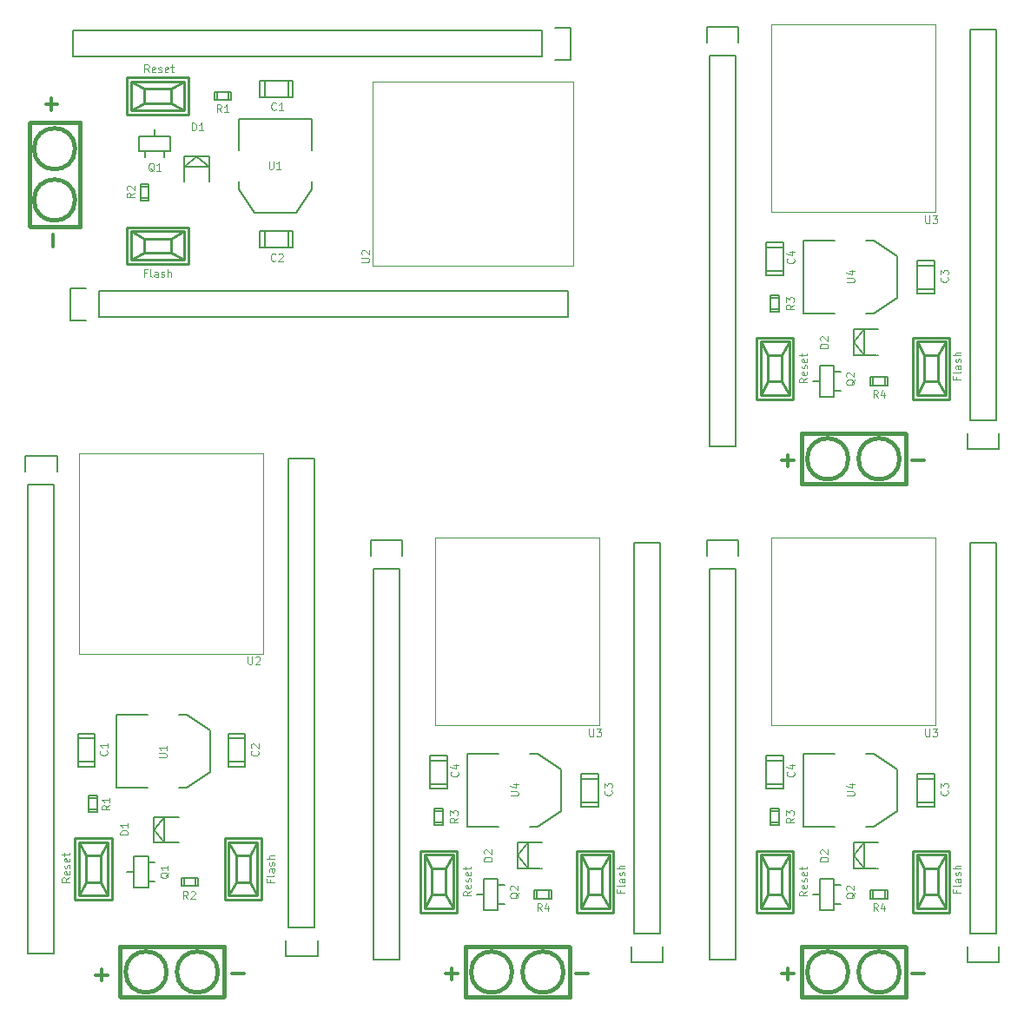
<source format=gto>
G04 #@! TF.FileFunction,Legend,Top*
%FSLAX46Y46*%
G04 Gerber Fmt 4.6, Leading zero omitted, Abs format (unit mm)*
G04 Created by KiCad (PCBNEW no-vcs-found-undefined) date Sat Nov  5 20:33:03 2016*
%MOMM*%
%LPD*%
G01*
G04 APERTURE LIST*
%ADD10C,0.100000*%
%ADD11C,0.300000*%
%ADD12C,0.381000*%
%ADD13C,0.050000*%
%ADD14C,0.150000*%
%ADD15C,0.127000*%
%ADD16C,0.254000*%
G04 APERTURE END LIST*
D10*
X113382828Y-127411028D02*
X113382828Y-127661028D01*
X113775685Y-127661028D02*
X113025685Y-127661028D01*
X113025685Y-127303885D01*
X113775685Y-126911028D02*
X113739971Y-126982457D01*
X113668542Y-127018171D01*
X113025685Y-127018171D01*
X113775685Y-126303885D02*
X113382828Y-126303885D01*
X113311400Y-126339600D01*
X113275685Y-126411028D01*
X113275685Y-126553885D01*
X113311400Y-126625314D01*
X113739971Y-126303885D02*
X113775685Y-126375314D01*
X113775685Y-126553885D01*
X113739971Y-126625314D01*
X113668542Y-126661028D01*
X113597114Y-126661028D01*
X113525685Y-126625314D01*
X113489971Y-126553885D01*
X113489971Y-126375314D01*
X113454257Y-126303885D01*
X113739971Y-125982457D02*
X113775685Y-125911028D01*
X113775685Y-125768171D01*
X113739971Y-125696742D01*
X113668542Y-125661028D01*
X113632828Y-125661028D01*
X113561400Y-125696742D01*
X113525685Y-125768171D01*
X113525685Y-125875314D01*
X113489971Y-125946742D01*
X113418542Y-125982457D01*
X113382828Y-125982457D01*
X113311400Y-125946742D01*
X113275685Y-125875314D01*
X113275685Y-125768171D01*
X113311400Y-125696742D01*
X113775685Y-125339600D02*
X113025685Y-125339600D01*
X113775685Y-125018171D02*
X113382828Y-125018171D01*
X113311400Y-125053885D01*
X113275685Y-125125314D01*
X113275685Y-125232457D01*
X113311400Y-125303885D01*
X113347114Y-125339600D01*
X98789685Y-127522171D02*
X98432542Y-127772171D01*
X98789685Y-127950742D02*
X98039685Y-127950742D01*
X98039685Y-127665028D01*
X98075400Y-127593600D01*
X98111114Y-127557885D01*
X98182542Y-127522171D01*
X98289685Y-127522171D01*
X98361114Y-127557885D01*
X98396828Y-127593600D01*
X98432542Y-127665028D01*
X98432542Y-127950742D01*
X98753971Y-126915028D02*
X98789685Y-126986457D01*
X98789685Y-127129314D01*
X98753971Y-127200742D01*
X98682542Y-127236457D01*
X98396828Y-127236457D01*
X98325400Y-127200742D01*
X98289685Y-127129314D01*
X98289685Y-126986457D01*
X98325400Y-126915028D01*
X98396828Y-126879314D01*
X98468257Y-126879314D01*
X98539685Y-127236457D01*
X98753971Y-126593600D02*
X98789685Y-126522171D01*
X98789685Y-126379314D01*
X98753971Y-126307885D01*
X98682542Y-126272171D01*
X98646828Y-126272171D01*
X98575400Y-126307885D01*
X98539685Y-126379314D01*
X98539685Y-126486457D01*
X98503971Y-126557885D01*
X98432542Y-126593600D01*
X98396828Y-126593600D01*
X98325400Y-126557885D01*
X98289685Y-126486457D01*
X98289685Y-126379314D01*
X98325400Y-126307885D01*
X98753971Y-125665028D02*
X98789685Y-125736457D01*
X98789685Y-125879314D01*
X98753971Y-125950742D01*
X98682542Y-125986457D01*
X98396828Y-125986457D01*
X98325400Y-125950742D01*
X98289685Y-125879314D01*
X98289685Y-125736457D01*
X98325400Y-125665028D01*
X98396828Y-125629314D01*
X98468257Y-125629314D01*
X98539685Y-125986457D01*
X98289685Y-125415028D02*
X98289685Y-125129314D01*
X98039685Y-125307885D02*
X98682542Y-125307885D01*
X98753971Y-125272171D01*
X98789685Y-125200742D01*
X98789685Y-125129314D01*
D11*
X96354971Y-135590742D02*
X97497828Y-135590742D01*
X96926400Y-136162171D02*
X96926400Y-135019314D01*
X109054971Y-135590742D02*
X110197828Y-135590742D01*
X109054971Y-185628742D02*
X110197828Y-185628742D01*
X96354971Y-185628742D02*
X97497828Y-185628742D01*
X96926400Y-186200171D02*
X96926400Y-185057314D01*
D10*
X98789685Y-177560171D02*
X98432542Y-177810171D01*
X98789685Y-177988742D02*
X98039685Y-177988742D01*
X98039685Y-177703028D01*
X98075400Y-177631600D01*
X98111114Y-177595885D01*
X98182542Y-177560171D01*
X98289685Y-177560171D01*
X98361114Y-177595885D01*
X98396828Y-177631600D01*
X98432542Y-177703028D01*
X98432542Y-177988742D01*
X98753971Y-176953028D02*
X98789685Y-177024457D01*
X98789685Y-177167314D01*
X98753971Y-177238742D01*
X98682542Y-177274457D01*
X98396828Y-177274457D01*
X98325400Y-177238742D01*
X98289685Y-177167314D01*
X98289685Y-177024457D01*
X98325400Y-176953028D01*
X98396828Y-176917314D01*
X98468257Y-176917314D01*
X98539685Y-177274457D01*
X98753971Y-176631600D02*
X98789685Y-176560171D01*
X98789685Y-176417314D01*
X98753971Y-176345885D01*
X98682542Y-176310171D01*
X98646828Y-176310171D01*
X98575400Y-176345885D01*
X98539685Y-176417314D01*
X98539685Y-176524457D01*
X98503971Y-176595885D01*
X98432542Y-176631600D01*
X98396828Y-176631600D01*
X98325400Y-176595885D01*
X98289685Y-176524457D01*
X98289685Y-176417314D01*
X98325400Y-176345885D01*
X98753971Y-175703028D02*
X98789685Y-175774457D01*
X98789685Y-175917314D01*
X98753971Y-175988742D01*
X98682542Y-176024457D01*
X98396828Y-176024457D01*
X98325400Y-175988742D01*
X98289685Y-175917314D01*
X98289685Y-175774457D01*
X98325400Y-175703028D01*
X98396828Y-175667314D01*
X98468257Y-175667314D01*
X98539685Y-176024457D01*
X98289685Y-175453028D02*
X98289685Y-175167314D01*
X98039685Y-175345885D02*
X98682542Y-175345885D01*
X98753971Y-175310171D01*
X98789685Y-175238742D01*
X98789685Y-175167314D01*
X113382828Y-177449028D02*
X113382828Y-177699028D01*
X113775685Y-177699028D02*
X113025685Y-177699028D01*
X113025685Y-177341885D01*
X113775685Y-176949028D02*
X113739971Y-177020457D01*
X113668542Y-177056171D01*
X113025685Y-177056171D01*
X113775685Y-176341885D02*
X113382828Y-176341885D01*
X113311400Y-176377600D01*
X113275685Y-176449028D01*
X113275685Y-176591885D01*
X113311400Y-176663314D01*
X113739971Y-176341885D02*
X113775685Y-176413314D01*
X113775685Y-176591885D01*
X113739971Y-176663314D01*
X113668542Y-176699028D01*
X113597114Y-176699028D01*
X113525685Y-176663314D01*
X113489971Y-176591885D01*
X113489971Y-176413314D01*
X113454257Y-176341885D01*
X113739971Y-176020457D02*
X113775685Y-175949028D01*
X113775685Y-175806171D01*
X113739971Y-175734742D01*
X113668542Y-175699028D01*
X113632828Y-175699028D01*
X113561400Y-175734742D01*
X113525685Y-175806171D01*
X113525685Y-175913314D01*
X113489971Y-175984742D01*
X113418542Y-176020457D01*
X113382828Y-176020457D01*
X113311400Y-175984742D01*
X113275685Y-175913314D01*
X113275685Y-175806171D01*
X113311400Y-175734742D01*
X113775685Y-175377600D02*
X113025685Y-175377600D01*
X113775685Y-175056171D02*
X113382828Y-175056171D01*
X113311400Y-175091885D01*
X113275685Y-175163314D01*
X113275685Y-175270457D01*
X113311400Y-175341885D01*
X113347114Y-175377600D01*
X34405171Y-117292228D02*
X34155171Y-117292228D01*
X34155171Y-117685085D02*
X34155171Y-116935085D01*
X34512314Y-116935085D01*
X34905171Y-117685085D02*
X34833742Y-117649371D01*
X34798028Y-117577942D01*
X34798028Y-116935085D01*
X35512314Y-117685085D02*
X35512314Y-117292228D01*
X35476600Y-117220800D01*
X35405171Y-117185085D01*
X35262314Y-117185085D01*
X35190885Y-117220800D01*
X35512314Y-117649371D02*
X35440885Y-117685085D01*
X35262314Y-117685085D01*
X35190885Y-117649371D01*
X35155171Y-117577942D01*
X35155171Y-117506514D01*
X35190885Y-117435085D01*
X35262314Y-117399371D01*
X35440885Y-117399371D01*
X35512314Y-117363657D01*
X35833742Y-117649371D02*
X35905171Y-117685085D01*
X36048028Y-117685085D01*
X36119457Y-117649371D01*
X36155171Y-117577942D01*
X36155171Y-117542228D01*
X36119457Y-117470800D01*
X36048028Y-117435085D01*
X35940885Y-117435085D01*
X35869457Y-117399371D01*
X35833742Y-117327942D01*
X35833742Y-117292228D01*
X35869457Y-117220800D01*
X35940885Y-117185085D01*
X36048028Y-117185085D01*
X36119457Y-117220800D01*
X36476600Y-117685085D02*
X36476600Y-116935085D01*
X36798028Y-117685085D02*
X36798028Y-117292228D01*
X36762314Y-117220800D01*
X36690885Y-117185085D01*
X36583742Y-117185085D01*
X36512314Y-117220800D01*
X36476600Y-117256514D01*
X34649628Y-97720685D02*
X34399628Y-97363542D01*
X34221057Y-97720685D02*
X34221057Y-96970685D01*
X34506771Y-96970685D01*
X34578200Y-97006400D01*
X34613914Y-97042114D01*
X34649628Y-97113542D01*
X34649628Y-97220685D01*
X34613914Y-97292114D01*
X34578200Y-97327828D01*
X34506771Y-97363542D01*
X34221057Y-97363542D01*
X35256771Y-97684971D02*
X35185342Y-97720685D01*
X35042485Y-97720685D01*
X34971057Y-97684971D01*
X34935342Y-97613542D01*
X34935342Y-97327828D01*
X34971057Y-97256400D01*
X35042485Y-97220685D01*
X35185342Y-97220685D01*
X35256771Y-97256400D01*
X35292485Y-97327828D01*
X35292485Y-97399257D01*
X34935342Y-97470685D01*
X35578200Y-97684971D02*
X35649628Y-97720685D01*
X35792485Y-97720685D01*
X35863914Y-97684971D01*
X35899628Y-97613542D01*
X35899628Y-97577828D01*
X35863914Y-97506400D01*
X35792485Y-97470685D01*
X35685342Y-97470685D01*
X35613914Y-97434971D01*
X35578200Y-97363542D01*
X35578200Y-97327828D01*
X35613914Y-97256400D01*
X35685342Y-97220685D01*
X35792485Y-97220685D01*
X35863914Y-97256400D01*
X36506771Y-97684971D02*
X36435342Y-97720685D01*
X36292485Y-97720685D01*
X36221057Y-97684971D01*
X36185342Y-97613542D01*
X36185342Y-97327828D01*
X36221057Y-97256400D01*
X36292485Y-97220685D01*
X36435342Y-97220685D01*
X36506771Y-97256400D01*
X36542485Y-97327828D01*
X36542485Y-97399257D01*
X36185342Y-97470685D01*
X36756771Y-97220685D02*
X37042485Y-97220685D01*
X36863914Y-96970685D02*
X36863914Y-97613542D01*
X36899628Y-97684971D01*
X36971057Y-97720685D01*
X37042485Y-97720685D01*
D11*
X25311057Y-113573971D02*
X25311057Y-114716828D01*
X25158657Y-100264371D02*
X25158657Y-101407228D01*
X24587228Y-100835800D02*
X25730085Y-100835800D01*
X29451371Y-185730342D02*
X30594228Y-185730342D01*
X30022800Y-186301771D02*
X30022800Y-185158914D01*
X42760971Y-185577942D02*
X43903828Y-185577942D01*
D10*
X26907685Y-176239371D02*
X26550542Y-176489371D01*
X26907685Y-176667942D02*
X26157685Y-176667942D01*
X26157685Y-176382228D01*
X26193400Y-176310800D01*
X26229114Y-176275085D01*
X26300542Y-176239371D01*
X26407685Y-176239371D01*
X26479114Y-176275085D01*
X26514828Y-176310800D01*
X26550542Y-176382228D01*
X26550542Y-176667942D01*
X26871971Y-175632228D02*
X26907685Y-175703657D01*
X26907685Y-175846514D01*
X26871971Y-175917942D01*
X26800542Y-175953657D01*
X26514828Y-175953657D01*
X26443400Y-175917942D01*
X26407685Y-175846514D01*
X26407685Y-175703657D01*
X26443400Y-175632228D01*
X26514828Y-175596514D01*
X26586257Y-175596514D01*
X26657685Y-175953657D01*
X26871971Y-175310800D02*
X26907685Y-175239371D01*
X26907685Y-175096514D01*
X26871971Y-175025085D01*
X26800542Y-174989371D01*
X26764828Y-174989371D01*
X26693400Y-175025085D01*
X26657685Y-175096514D01*
X26657685Y-175203657D01*
X26621971Y-175275085D01*
X26550542Y-175310800D01*
X26514828Y-175310800D01*
X26443400Y-175275085D01*
X26407685Y-175203657D01*
X26407685Y-175096514D01*
X26443400Y-175025085D01*
X26871971Y-174382228D02*
X26907685Y-174453657D01*
X26907685Y-174596514D01*
X26871971Y-174667942D01*
X26800542Y-174703657D01*
X26514828Y-174703657D01*
X26443400Y-174667942D01*
X26407685Y-174596514D01*
X26407685Y-174453657D01*
X26443400Y-174382228D01*
X26514828Y-174346514D01*
X26586257Y-174346514D01*
X26657685Y-174703657D01*
X26407685Y-174132228D02*
X26407685Y-173846514D01*
X26157685Y-174025085D02*
X26800542Y-174025085D01*
X26871971Y-173989371D01*
X26907685Y-173917942D01*
X26907685Y-173846514D01*
X46479228Y-176483828D02*
X46479228Y-176733828D01*
X46872085Y-176733828D02*
X46122085Y-176733828D01*
X46122085Y-176376685D01*
X46872085Y-175983828D02*
X46836371Y-176055257D01*
X46764942Y-176090971D01*
X46122085Y-176090971D01*
X46872085Y-175376685D02*
X46479228Y-175376685D01*
X46407800Y-175412400D01*
X46372085Y-175483828D01*
X46372085Y-175626685D01*
X46407800Y-175698114D01*
X46836371Y-175376685D02*
X46872085Y-175448114D01*
X46872085Y-175626685D01*
X46836371Y-175698114D01*
X46764942Y-175733828D01*
X46693514Y-175733828D01*
X46622085Y-175698114D01*
X46586371Y-175626685D01*
X46586371Y-175448114D01*
X46550657Y-175376685D01*
X46836371Y-175055257D02*
X46872085Y-174983828D01*
X46872085Y-174840971D01*
X46836371Y-174769542D01*
X46764942Y-174733828D01*
X46729228Y-174733828D01*
X46657800Y-174769542D01*
X46622085Y-174840971D01*
X46622085Y-174948114D01*
X46586371Y-175019542D01*
X46514942Y-175055257D01*
X46479228Y-175055257D01*
X46407800Y-175019542D01*
X46372085Y-174948114D01*
X46372085Y-174840971D01*
X46407800Y-174769542D01*
X46872085Y-174412400D02*
X46122085Y-174412400D01*
X46872085Y-174090971D02*
X46479228Y-174090971D01*
X46407800Y-174126685D01*
X46372085Y-174198114D01*
X46372085Y-174305257D01*
X46407800Y-174376685D01*
X46443514Y-174412400D01*
X80616828Y-177449028D02*
X80616828Y-177699028D01*
X81009685Y-177699028D02*
X80259685Y-177699028D01*
X80259685Y-177341885D01*
X81009685Y-176949028D02*
X80973971Y-177020457D01*
X80902542Y-177056171D01*
X80259685Y-177056171D01*
X81009685Y-176341885D02*
X80616828Y-176341885D01*
X80545400Y-176377600D01*
X80509685Y-176449028D01*
X80509685Y-176591885D01*
X80545400Y-176663314D01*
X80973971Y-176341885D02*
X81009685Y-176413314D01*
X81009685Y-176591885D01*
X80973971Y-176663314D01*
X80902542Y-176699028D01*
X80831114Y-176699028D01*
X80759685Y-176663314D01*
X80723971Y-176591885D01*
X80723971Y-176413314D01*
X80688257Y-176341885D01*
X80973971Y-176020457D02*
X81009685Y-175949028D01*
X81009685Y-175806171D01*
X80973971Y-175734742D01*
X80902542Y-175699028D01*
X80866828Y-175699028D01*
X80795400Y-175734742D01*
X80759685Y-175806171D01*
X80759685Y-175913314D01*
X80723971Y-175984742D01*
X80652542Y-176020457D01*
X80616828Y-176020457D01*
X80545400Y-175984742D01*
X80509685Y-175913314D01*
X80509685Y-175806171D01*
X80545400Y-175734742D01*
X81009685Y-175377600D02*
X80259685Y-175377600D01*
X81009685Y-175056171D02*
X80616828Y-175056171D01*
X80545400Y-175091885D01*
X80509685Y-175163314D01*
X80509685Y-175270457D01*
X80545400Y-175341885D01*
X80581114Y-175377600D01*
X66023685Y-177560171D02*
X65666542Y-177810171D01*
X66023685Y-177988742D02*
X65273685Y-177988742D01*
X65273685Y-177703028D01*
X65309400Y-177631600D01*
X65345114Y-177595885D01*
X65416542Y-177560171D01*
X65523685Y-177560171D01*
X65595114Y-177595885D01*
X65630828Y-177631600D01*
X65666542Y-177703028D01*
X65666542Y-177988742D01*
X65987971Y-176953028D02*
X66023685Y-177024457D01*
X66023685Y-177167314D01*
X65987971Y-177238742D01*
X65916542Y-177274457D01*
X65630828Y-177274457D01*
X65559400Y-177238742D01*
X65523685Y-177167314D01*
X65523685Y-177024457D01*
X65559400Y-176953028D01*
X65630828Y-176917314D01*
X65702257Y-176917314D01*
X65773685Y-177274457D01*
X65987971Y-176631600D02*
X66023685Y-176560171D01*
X66023685Y-176417314D01*
X65987971Y-176345885D01*
X65916542Y-176310171D01*
X65880828Y-176310171D01*
X65809400Y-176345885D01*
X65773685Y-176417314D01*
X65773685Y-176524457D01*
X65737971Y-176595885D01*
X65666542Y-176631600D01*
X65630828Y-176631600D01*
X65559400Y-176595885D01*
X65523685Y-176524457D01*
X65523685Y-176417314D01*
X65559400Y-176345885D01*
X65987971Y-175703028D02*
X66023685Y-175774457D01*
X66023685Y-175917314D01*
X65987971Y-175988742D01*
X65916542Y-176024457D01*
X65630828Y-176024457D01*
X65559400Y-175988742D01*
X65523685Y-175917314D01*
X65523685Y-175774457D01*
X65559400Y-175703028D01*
X65630828Y-175667314D01*
X65702257Y-175667314D01*
X65773685Y-176024457D01*
X65523685Y-175453028D02*
X65523685Y-175167314D01*
X65273685Y-175345885D02*
X65916542Y-175345885D01*
X65987971Y-175310171D01*
X66023685Y-175238742D01*
X66023685Y-175167314D01*
D11*
X63588971Y-185628742D02*
X64731828Y-185628742D01*
X64160400Y-186200171D02*
X64160400Y-185057314D01*
X76288971Y-185628742D02*
X77431828Y-185628742D01*
D12*
X108392000Y-137803000D02*
X108392000Y-132977000D01*
X98232000Y-137803000D02*
X98232000Y-132977000D01*
X102812000Y-135417000D02*
G75*
G03X102812000Y-135417000I-2000000J0D01*
G01*
X107812000Y-135417000D02*
G75*
G03X107812000Y-135417000I-2000000J0D01*
G01*
X108312000Y-132917000D02*
X98312000Y-132917000D01*
X108312000Y-137817000D02*
X98312000Y-137817000D01*
X108392000Y-187841000D02*
X108392000Y-183015000D01*
X98232000Y-187841000D02*
X98232000Y-183015000D01*
X102812000Y-185455000D02*
G75*
G03X102812000Y-185455000I-2000000J0D01*
G01*
X107812000Y-185455000D02*
G75*
G03X107812000Y-185455000I-2000000J0D01*
G01*
X108312000Y-182955000D02*
X98312000Y-182955000D01*
X108312000Y-187855000D02*
X98312000Y-187855000D01*
X23056000Y-112763000D02*
X27882000Y-112763000D01*
X23056000Y-102603000D02*
X27882000Y-102603000D01*
X27442000Y-105183000D02*
G75*
G03X27442000Y-105183000I-2000000J0D01*
G01*
X27442000Y-110183000D02*
G75*
G03X27442000Y-110183000I-2000000J0D01*
G01*
X27942000Y-112683000D02*
X27942000Y-102683000D01*
X23042000Y-112683000D02*
X23042000Y-102683000D01*
X41950000Y-187833000D02*
X41950000Y-183007000D01*
X31790000Y-187833000D02*
X31790000Y-183007000D01*
X36370000Y-185447000D02*
G75*
G03X36370000Y-185447000I-2000000J0D01*
G01*
X41370000Y-185447000D02*
G75*
G03X41370000Y-185447000I-2000000J0D01*
G01*
X41870000Y-182947000D02*
X31870000Y-182947000D01*
X41870000Y-187847000D02*
X31870000Y-187847000D01*
X75626000Y-187841000D02*
X75626000Y-183015000D01*
X65466000Y-187841000D02*
X65466000Y-183015000D01*
X70046000Y-185455000D02*
G75*
G03X70046000Y-185455000I-2000000J0D01*
G01*
X75046000Y-185455000D02*
G75*
G03X75046000Y-185455000I-2000000J0D01*
G01*
X75546000Y-182955000D02*
X65546000Y-182955000D01*
X75546000Y-187855000D02*
X65546000Y-187855000D01*
D13*
X27817000Y-154408000D02*
X27817000Y-134908000D01*
X27817000Y-134908000D02*
X45817000Y-134908000D01*
X45817000Y-134908000D02*
X45817000Y-154408000D01*
X45817000Y-154408000D02*
X27817000Y-154408000D01*
X56481000Y-98630000D02*
X75981000Y-98630000D01*
X75981000Y-98630000D02*
X75981000Y-116630000D01*
X75981000Y-116630000D02*
X56481000Y-116630000D01*
X56481000Y-116630000D02*
X56481000Y-98630000D01*
X62509400Y-143103600D02*
X62509400Y-161391600D01*
X62509400Y-143103600D02*
X78511400Y-143103600D01*
X78511400Y-143103600D02*
X78511400Y-161391600D01*
X78509400Y-161391600D02*
X62509400Y-161391600D01*
X95275400Y-143103600D02*
X95275400Y-161391600D01*
X95275400Y-143103600D02*
X111277400Y-143103600D01*
X111277400Y-143103600D02*
X111277400Y-161391600D01*
X111275400Y-161391600D02*
X95275400Y-161391600D01*
X95275400Y-93065600D02*
X95275400Y-111353600D01*
X95275400Y-93065600D02*
X111277400Y-93065600D01*
X111277400Y-93065600D02*
X111277400Y-111353600D01*
X111275400Y-111353600D02*
X95275400Y-111353600D01*
D14*
X89306400Y-96113600D02*
X89306400Y-134213600D01*
X89306400Y-134213600D02*
X91846400Y-134213600D01*
X91846400Y-134213600D02*
X91846400Y-96113600D01*
X92126400Y-93293600D02*
X92126400Y-94843600D01*
X91846400Y-96113600D02*
X89306400Y-96113600D01*
X89026400Y-94843600D02*
X89026400Y-93293600D01*
X89026400Y-93293600D02*
X92126400Y-93293600D01*
X117526400Y-134493600D02*
X114426400Y-134493600D01*
X117526400Y-132943600D02*
X117526400Y-134493600D01*
X114706400Y-131673600D02*
X117246400Y-131673600D01*
X114426400Y-134493600D02*
X114426400Y-132943600D01*
X114706400Y-93573600D02*
X114706400Y-131673600D01*
X117246400Y-93573600D02*
X114706400Y-93573600D01*
X117246400Y-131673600D02*
X117246400Y-93573600D01*
D15*
X101434900Y-126911100D02*
X102095300Y-126911100D01*
X101434900Y-128816100D02*
X102095300Y-128816100D01*
X100037900Y-127863600D02*
X99377500Y-127863600D01*
X100037900Y-129362200D02*
X100037900Y-126365000D01*
X100037900Y-126365000D02*
X101434900Y-126365000D01*
X101434900Y-126365000D02*
X101434900Y-129362200D01*
X101434900Y-129362200D02*
X100037900Y-129362200D01*
X96062800Y-121056400D02*
X95250000Y-121056400D01*
X96062800Y-119430800D02*
X96062800Y-121056400D01*
X95250000Y-119430800D02*
X96062800Y-119430800D01*
X95250000Y-121056400D02*
X95250000Y-119430800D01*
X95275400Y-120802400D02*
X96062800Y-120802400D01*
X96062800Y-119684800D02*
X95250000Y-119684800D01*
X106375200Y-128270000D02*
X106375200Y-127457200D01*
X105257600Y-127482600D02*
X105257600Y-128270000D01*
X105003600Y-127457200D02*
X106629200Y-127457200D01*
X106629200Y-127457200D02*
X106629200Y-128270000D01*
X106629200Y-128270000D02*
X105003600Y-128270000D01*
X105003600Y-128270000D02*
X105003600Y-127457200D01*
D16*
X94955360Y-125293120D02*
X94256860Y-123992640D01*
X96357440Y-125293120D02*
X97055940Y-123992640D01*
X96357440Y-127894080D02*
X97055940Y-129194560D01*
X94256860Y-129194560D02*
X94955360Y-127894080D01*
X94256860Y-129194560D02*
X94256860Y-123992640D01*
X94256860Y-123992640D02*
X97055940Y-123992640D01*
X97055940Y-123992640D02*
X97055940Y-129194560D01*
X97055940Y-129194560D02*
X94256860Y-129194560D01*
X94955360Y-127894080D02*
X94955360Y-125293120D01*
X94955360Y-125293120D02*
X96357440Y-125293120D01*
X96357440Y-125293120D02*
X96357440Y-127894080D01*
X96357440Y-127894080D02*
X94955360Y-127894080D01*
X93855540Y-129593340D02*
X93855540Y-123593860D01*
X93855540Y-123593860D02*
X97457260Y-123593860D01*
X97457260Y-123593860D02*
X97457260Y-129593340D01*
X97457260Y-129593340D02*
X93855540Y-129593340D01*
X109095540Y-123593860D02*
X112697260Y-123593860D01*
X109095540Y-129593340D02*
X109095540Y-123593860D01*
X112697260Y-129593340D02*
X109095540Y-129593340D01*
X112697260Y-123593860D02*
X112697260Y-129593340D01*
X110195360Y-125293120D02*
X111597440Y-125293120D01*
X110195360Y-127894080D02*
X110195360Y-125293120D01*
X111597440Y-127894080D02*
X110195360Y-127894080D01*
X111597440Y-125293120D02*
X111597440Y-127894080D01*
X109496860Y-123992640D02*
X112295940Y-123992640D01*
X109496860Y-129194560D02*
X109496860Y-123992640D01*
X112295940Y-129194560D02*
X109496860Y-129194560D01*
X112295940Y-123992640D02*
X112295940Y-129194560D01*
X112295940Y-123992640D02*
X111597440Y-125293120D01*
X110195360Y-125293120D02*
X109496860Y-123992640D01*
X110195360Y-127894080D02*
X109496860Y-129194560D01*
X111597440Y-127894080D02*
X112295940Y-129194560D01*
D14*
X105308400Y-121259600D02*
X104546400Y-121259600D01*
X107594400Y-119735600D02*
X105308400Y-121259600D01*
X107594400Y-115671600D02*
X107594400Y-119735600D01*
X105308400Y-114147600D02*
X107594400Y-115671600D01*
X104546400Y-114147600D02*
X105308400Y-114147600D01*
X98450400Y-121259600D02*
X101498400Y-121259600D01*
X98450400Y-114147600D02*
X98450400Y-121259600D01*
X101498400Y-114147600D02*
X98450400Y-114147600D01*
X103395780Y-124053600D02*
X104345740Y-122803920D01*
X104345740Y-122803920D02*
X104345740Y-125303280D01*
X104345740Y-125303280D02*
X103347520Y-124053600D01*
X103347520Y-122803920D02*
X103347520Y-125303280D01*
X105646220Y-122803920D02*
X105745280Y-122803920D01*
X105646220Y-125303280D02*
X105745280Y-125303280D01*
X103347520Y-122803920D02*
X105697020Y-122803920D01*
X103347520Y-125303280D02*
X105595420Y-125303280D01*
D15*
X111201200Y-119303800D02*
X111201200Y-116103400D01*
X109575600Y-119303800D02*
X111201200Y-119303800D01*
X109575600Y-116103400D02*
X109575600Y-119303800D01*
X111201200Y-116103400D02*
X109575600Y-116103400D01*
X111201200Y-116560600D02*
X109575600Y-116560600D01*
X109575600Y-118846600D02*
X111201200Y-118846600D01*
X94843600Y-117068600D02*
X96469200Y-117068600D01*
X96469200Y-114782600D02*
X94843600Y-114782600D01*
X96469200Y-114325400D02*
X94843600Y-114325400D01*
X94843600Y-114325400D02*
X94843600Y-117525800D01*
X94843600Y-117525800D02*
X96469200Y-117525800D01*
X96469200Y-117525800D02*
X96469200Y-114325400D01*
X96469200Y-167563800D02*
X96469200Y-164363400D01*
X94843600Y-167563800D02*
X96469200Y-167563800D01*
X94843600Y-164363400D02*
X94843600Y-167563800D01*
X96469200Y-164363400D02*
X94843600Y-164363400D01*
X96469200Y-164820600D02*
X94843600Y-164820600D01*
X94843600Y-167106600D02*
X96469200Y-167106600D01*
X109575600Y-168884600D02*
X111201200Y-168884600D01*
X111201200Y-166598600D02*
X109575600Y-166598600D01*
X111201200Y-166141400D02*
X109575600Y-166141400D01*
X109575600Y-166141400D02*
X109575600Y-169341800D01*
X109575600Y-169341800D02*
X111201200Y-169341800D01*
X111201200Y-169341800D02*
X111201200Y-166141400D01*
D14*
X103347520Y-175341280D02*
X105595420Y-175341280D01*
X103347520Y-172841920D02*
X105697020Y-172841920D01*
X105646220Y-175341280D02*
X105745280Y-175341280D01*
X105646220Y-172841920D02*
X105745280Y-172841920D01*
X103347520Y-172841920D02*
X103347520Y-175341280D01*
X104345740Y-175341280D02*
X103347520Y-174091600D01*
X104345740Y-172841920D02*
X104345740Y-175341280D01*
X103395780Y-174091600D02*
X104345740Y-172841920D01*
X101498400Y-164185600D02*
X98450400Y-164185600D01*
X98450400Y-164185600D02*
X98450400Y-171297600D01*
X98450400Y-171297600D02*
X101498400Y-171297600D01*
X104546400Y-164185600D02*
X105308400Y-164185600D01*
X105308400Y-164185600D02*
X107594400Y-165709600D01*
X107594400Y-165709600D02*
X107594400Y-169773600D01*
X107594400Y-169773600D02*
X105308400Y-171297600D01*
X105308400Y-171297600D02*
X104546400Y-171297600D01*
D16*
X111597440Y-177932080D02*
X112295940Y-179232560D01*
X110195360Y-177932080D02*
X109496860Y-179232560D01*
X110195360Y-175331120D02*
X109496860Y-174030640D01*
X112295940Y-174030640D02*
X111597440Y-175331120D01*
X112295940Y-174030640D02*
X112295940Y-179232560D01*
X112295940Y-179232560D02*
X109496860Y-179232560D01*
X109496860Y-179232560D02*
X109496860Y-174030640D01*
X109496860Y-174030640D02*
X112295940Y-174030640D01*
X111597440Y-175331120D02*
X111597440Y-177932080D01*
X111597440Y-177932080D02*
X110195360Y-177932080D01*
X110195360Y-177932080D02*
X110195360Y-175331120D01*
X110195360Y-175331120D02*
X111597440Y-175331120D01*
X112697260Y-173631860D02*
X112697260Y-179631340D01*
X112697260Y-179631340D02*
X109095540Y-179631340D01*
X109095540Y-179631340D02*
X109095540Y-173631860D01*
X109095540Y-173631860D02*
X112697260Y-173631860D01*
X97457260Y-179631340D02*
X93855540Y-179631340D01*
X97457260Y-173631860D02*
X97457260Y-179631340D01*
X93855540Y-173631860D02*
X97457260Y-173631860D01*
X93855540Y-179631340D02*
X93855540Y-173631860D01*
X96357440Y-177932080D02*
X94955360Y-177932080D01*
X96357440Y-175331120D02*
X96357440Y-177932080D01*
X94955360Y-175331120D02*
X96357440Y-175331120D01*
X94955360Y-177932080D02*
X94955360Y-175331120D01*
X97055940Y-179232560D02*
X94256860Y-179232560D01*
X97055940Y-174030640D02*
X97055940Y-179232560D01*
X94256860Y-174030640D02*
X97055940Y-174030640D01*
X94256860Y-179232560D02*
X94256860Y-174030640D01*
X94256860Y-179232560D02*
X94955360Y-177932080D01*
X96357440Y-177932080D02*
X97055940Y-179232560D01*
X96357440Y-175331120D02*
X97055940Y-174030640D01*
X94955360Y-175331120D02*
X94256860Y-174030640D01*
D15*
X105003600Y-178308000D02*
X105003600Y-177495200D01*
X106629200Y-178308000D02*
X105003600Y-178308000D01*
X106629200Y-177495200D02*
X106629200Y-178308000D01*
X105003600Y-177495200D02*
X106629200Y-177495200D01*
X105257600Y-177520600D02*
X105257600Y-178308000D01*
X106375200Y-178308000D02*
X106375200Y-177495200D01*
X96062800Y-169722800D02*
X95250000Y-169722800D01*
X95275400Y-170840400D02*
X96062800Y-170840400D01*
X95250000Y-171094400D02*
X95250000Y-169468800D01*
X95250000Y-169468800D02*
X96062800Y-169468800D01*
X96062800Y-169468800D02*
X96062800Y-171094400D01*
X96062800Y-171094400D02*
X95250000Y-171094400D01*
X101434900Y-179400200D02*
X100037900Y-179400200D01*
X101434900Y-176403000D02*
X101434900Y-179400200D01*
X100037900Y-176403000D02*
X101434900Y-176403000D01*
X100037900Y-179400200D02*
X100037900Y-176403000D01*
X100037900Y-177901600D02*
X99377500Y-177901600D01*
X101434900Y-178854100D02*
X102095300Y-178854100D01*
X101434900Y-176949100D02*
X102095300Y-176949100D01*
D14*
X117246400Y-181711600D02*
X117246400Y-143611600D01*
X117246400Y-143611600D02*
X114706400Y-143611600D01*
X114706400Y-143611600D02*
X114706400Y-181711600D01*
X114426400Y-184531600D02*
X114426400Y-182981600D01*
X114706400Y-181711600D02*
X117246400Y-181711600D01*
X117526400Y-182981600D02*
X117526400Y-184531600D01*
X117526400Y-184531600D02*
X114426400Y-184531600D01*
X89026400Y-143331600D02*
X92126400Y-143331600D01*
X89026400Y-144881600D02*
X89026400Y-143331600D01*
X91846400Y-146151600D02*
X89306400Y-146151600D01*
X92126400Y-143331600D02*
X92126400Y-144881600D01*
X91846400Y-184251600D02*
X91846400Y-146151600D01*
X89306400Y-184251600D02*
X91846400Y-184251600D01*
X89306400Y-146151600D02*
X89306400Y-184251600D01*
D15*
X48202000Y-114805800D02*
X48202000Y-113180200D01*
X45916000Y-113180200D02*
X45916000Y-114805800D01*
X45458800Y-113180200D02*
X45458800Y-114805800D01*
X45458800Y-114805800D02*
X48659200Y-114805800D01*
X48659200Y-114805800D02*
X48659200Y-113180200D01*
X48659200Y-113180200D02*
X45458800Y-113180200D01*
X45458800Y-100200800D02*
X48659200Y-100200800D01*
X45458800Y-98575200D02*
X45458800Y-100200800D01*
X48659200Y-98575200D02*
X45458800Y-98575200D01*
X48659200Y-100200800D02*
X48659200Y-98575200D01*
X48202000Y-100200800D02*
X48202000Y-98575200D01*
X45916000Y-98575200D02*
X45916000Y-100200800D01*
D14*
X39312000Y-105997080D02*
X40561680Y-106947040D01*
X40561680Y-106947040D02*
X38062320Y-106947040D01*
X38062320Y-106947040D02*
X39312000Y-105948820D01*
X40561680Y-105948820D02*
X38062320Y-105948820D01*
X40561680Y-108247520D02*
X40561680Y-108346580D01*
X38062320Y-108247520D02*
X38062320Y-108346580D01*
X40561680Y-105948820D02*
X40561680Y-108298320D01*
X38062320Y-105948820D02*
X38062320Y-108196720D01*
X43376000Y-109167000D02*
X43376000Y-108405000D01*
X44900000Y-111453000D02*
X43376000Y-109167000D01*
X48964000Y-111453000D02*
X44900000Y-111453000D01*
X50488000Y-109167000D02*
X48964000Y-111453000D01*
X50488000Y-108405000D02*
X50488000Y-109167000D01*
X43376000Y-102309000D02*
X43376000Y-105357000D01*
X50488000Y-102309000D02*
X43376000Y-102309000D01*
X50488000Y-105357000D02*
X50488000Y-102309000D01*
D16*
X32502260Y-116428860D02*
X32502260Y-112827140D01*
X38501740Y-116428860D02*
X32502260Y-116428860D01*
X38501740Y-112827140D02*
X38501740Y-116428860D01*
X32502260Y-112827140D02*
X38501740Y-112827140D01*
X34201520Y-115329040D02*
X34201520Y-113926960D01*
X36802480Y-115329040D02*
X34201520Y-115329040D01*
X36802480Y-113926960D02*
X36802480Y-115329040D01*
X34201520Y-113926960D02*
X36802480Y-113926960D01*
X32901040Y-116027540D02*
X32901040Y-113228460D01*
X38102960Y-116027540D02*
X32901040Y-116027540D01*
X38102960Y-113228460D02*
X38102960Y-116027540D01*
X32901040Y-113228460D02*
X38102960Y-113228460D01*
X32901040Y-113228460D02*
X34201520Y-113926960D01*
X34201520Y-115329040D02*
X32901040Y-116027540D01*
X36802480Y-115329040D02*
X38102960Y-116027540D01*
X36802480Y-113926960D02*
X38102960Y-113228460D01*
X36802480Y-99321960D02*
X38102960Y-98623460D01*
X36802480Y-100724040D02*
X38102960Y-101422540D01*
X34201520Y-100724040D02*
X32901040Y-101422540D01*
X32901040Y-98623460D02*
X34201520Y-99321960D01*
X32901040Y-98623460D02*
X38102960Y-98623460D01*
X38102960Y-98623460D02*
X38102960Y-101422540D01*
X38102960Y-101422540D02*
X32901040Y-101422540D01*
X32901040Y-101422540D02*
X32901040Y-98623460D01*
X34201520Y-99321960D02*
X36802480Y-99321960D01*
X36802480Y-99321960D02*
X36802480Y-100724040D01*
X36802480Y-100724040D02*
X34201520Y-100724040D01*
X34201520Y-100724040D02*
X34201520Y-99321960D01*
X32502260Y-98222140D02*
X38501740Y-98222140D01*
X38501740Y-98222140D02*
X38501740Y-101823860D01*
X38501740Y-101823860D02*
X32502260Y-101823860D01*
X32502260Y-101823860D02*
X32502260Y-98222140D01*
D15*
X33825600Y-108618360D02*
X34638400Y-108618360D01*
X33825600Y-110243960D02*
X33825600Y-108618360D01*
X34638400Y-110243960D02*
X33825600Y-110243960D01*
X34638400Y-108618360D02*
X34638400Y-110243960D01*
X34613000Y-108872360D02*
X33825600Y-108872360D01*
X33825600Y-109989960D02*
X34638400Y-109989960D01*
X42400640Y-100429400D02*
X42400640Y-99616600D01*
X41283040Y-99642000D02*
X41283040Y-100429400D01*
X41029040Y-99616600D02*
X42654640Y-99616600D01*
X42654640Y-99616600D02*
X42654640Y-100429400D01*
X42654640Y-100429400D02*
X41029040Y-100429400D01*
X41029040Y-100429400D02*
X41029040Y-99616600D01*
X36137000Y-105379860D02*
X36137000Y-106040260D01*
X34232000Y-105379860D02*
X34232000Y-106040260D01*
X35184500Y-103982860D02*
X35184500Y-103322460D01*
X33685900Y-103982860D02*
X36683100Y-103982860D01*
X36683100Y-103982860D02*
X36683100Y-105379860D01*
X36683100Y-105379860D02*
X33685900Y-105379860D01*
X33685900Y-105379860D02*
X33685900Y-103982860D01*
D14*
X29787000Y-119073000D02*
X75507000Y-119073000D01*
X75507000Y-119073000D02*
X75507000Y-121613000D01*
X75507000Y-121613000D02*
X29787000Y-121613000D01*
X26967000Y-118793000D02*
X28517000Y-118793000D01*
X29787000Y-119073000D02*
X29787000Y-121613000D01*
X28517000Y-121893000D02*
X26967000Y-121893000D01*
X26967000Y-121893000D02*
X26967000Y-118793000D01*
X75787000Y-93393000D02*
X75787000Y-96493000D01*
X74237000Y-93393000D02*
X75787000Y-93393000D01*
X72967000Y-96213000D02*
X72967000Y-93673000D01*
X75787000Y-96493000D02*
X74237000Y-96493000D01*
X27247000Y-93673000D02*
X72967000Y-93673000D01*
X27247000Y-96213000D02*
X27247000Y-93673000D01*
X72967000Y-96213000D02*
X27247000Y-96213000D01*
X25400000Y-137922000D02*
X25400000Y-183642000D01*
X25400000Y-183642000D02*
X22860000Y-183642000D01*
X22860000Y-183642000D02*
X22860000Y-137922000D01*
X25680000Y-135102000D02*
X25680000Y-136652000D01*
X25400000Y-137922000D02*
X22860000Y-137922000D01*
X22580000Y-136652000D02*
X22580000Y-135102000D01*
X22580000Y-135102000D02*
X25680000Y-135102000D01*
X51080000Y-183922000D02*
X47980000Y-183922000D01*
X51080000Y-182372000D02*
X51080000Y-183922000D01*
X48260000Y-181102000D02*
X50800000Y-181102000D01*
X47980000Y-183922000D02*
X47980000Y-182372000D01*
X50800000Y-135382000D02*
X50800000Y-181102000D01*
X48260000Y-135382000D02*
X50800000Y-135382000D01*
X48260000Y-181102000D02*
X48260000Y-135382000D01*
X56540400Y-146151600D02*
X56540400Y-184251600D01*
X56540400Y-184251600D02*
X59080400Y-184251600D01*
X59080400Y-184251600D02*
X59080400Y-146151600D01*
X59360400Y-143331600D02*
X59360400Y-144881600D01*
X59080400Y-146151600D02*
X56540400Y-146151600D01*
X56260400Y-144881600D02*
X56260400Y-143331600D01*
X56260400Y-143331600D02*
X59360400Y-143331600D01*
X84760400Y-184531600D02*
X81660400Y-184531600D01*
X84760400Y-182981600D02*
X84760400Y-184531600D01*
X81940400Y-181711600D02*
X84480400Y-181711600D01*
X81660400Y-184531600D02*
X81660400Y-182981600D01*
X81940400Y-143611600D02*
X81940400Y-181711600D01*
X84480400Y-143611600D02*
X81940400Y-143611600D01*
X84480400Y-181711600D02*
X84480400Y-143611600D01*
D15*
X34566860Y-177203100D02*
X33169860Y-177203100D01*
X34566860Y-174205900D02*
X34566860Y-177203100D01*
X33169860Y-174205900D02*
X34566860Y-174205900D01*
X33169860Y-177203100D02*
X33169860Y-174205900D01*
X33169860Y-175704500D02*
X32509460Y-175704500D01*
X34566860Y-176657000D02*
X35227260Y-176657000D01*
X34566860Y-174752000D02*
X35227260Y-174752000D01*
X68668900Y-176949100D02*
X69329300Y-176949100D01*
X68668900Y-178854100D02*
X69329300Y-178854100D01*
X67271900Y-177901600D02*
X66611500Y-177901600D01*
X67271900Y-179400200D02*
X67271900Y-176403000D01*
X67271900Y-176403000D02*
X68668900Y-176403000D01*
X68668900Y-176403000D02*
X68668900Y-179400200D01*
X68668900Y-179400200D02*
X67271900Y-179400200D01*
X29616400Y-169859960D02*
X28803600Y-169859960D01*
X29616400Y-168234360D02*
X29616400Y-169859960D01*
X28803600Y-168234360D02*
X29616400Y-168234360D01*
X28803600Y-169859960D02*
X28803600Y-168234360D01*
X28829000Y-169605960D02*
X29616400Y-169605960D01*
X29616400Y-168488360D02*
X28803600Y-168488360D01*
X39176960Y-177063400D02*
X39176960Y-176250600D01*
X38059360Y-176276000D02*
X38059360Y-177063400D01*
X37805360Y-176250600D02*
X39430960Y-176250600D01*
X39430960Y-176250600D02*
X39430960Y-177063400D01*
X39430960Y-177063400D02*
X37805360Y-177063400D01*
X37805360Y-177063400D02*
X37805360Y-176250600D01*
X63296800Y-171094400D02*
X62484000Y-171094400D01*
X63296800Y-169468800D02*
X63296800Y-171094400D01*
X62484000Y-169468800D02*
X63296800Y-169468800D01*
X62484000Y-171094400D02*
X62484000Y-169468800D01*
X62509400Y-170840400D02*
X63296800Y-170840400D01*
X63296800Y-169722800D02*
X62484000Y-169722800D01*
X73609200Y-178308000D02*
X73609200Y-177495200D01*
X72491600Y-177520600D02*
X72491600Y-178308000D01*
X72237600Y-177495200D02*
X73863200Y-177495200D01*
X73863200Y-177495200D02*
X73863200Y-178308000D01*
X73863200Y-178308000D02*
X72237600Y-178308000D01*
X72237600Y-178308000D02*
X72237600Y-177495200D01*
D16*
X31010860Y-178386740D02*
X27409140Y-178386740D01*
X31010860Y-172387260D02*
X31010860Y-178386740D01*
X27409140Y-172387260D02*
X31010860Y-172387260D01*
X27409140Y-178386740D02*
X27409140Y-172387260D01*
X29911040Y-176687480D02*
X28508960Y-176687480D01*
X29911040Y-174086520D02*
X29911040Y-176687480D01*
X28508960Y-174086520D02*
X29911040Y-174086520D01*
X28508960Y-176687480D02*
X28508960Y-174086520D01*
X30609540Y-177987960D02*
X27810460Y-177987960D01*
X30609540Y-172786040D02*
X30609540Y-177987960D01*
X27810460Y-172786040D02*
X30609540Y-172786040D01*
X27810460Y-177987960D02*
X27810460Y-172786040D01*
X27810460Y-177987960D02*
X28508960Y-176687480D01*
X29911040Y-176687480D02*
X30609540Y-177987960D01*
X29911040Y-174086520D02*
X30609540Y-172786040D01*
X28508960Y-174086520D02*
X27810460Y-172786040D01*
X43113960Y-174086520D02*
X42415460Y-172786040D01*
X44516040Y-174086520D02*
X45214540Y-172786040D01*
X44516040Y-176687480D02*
X45214540Y-177987960D01*
X42415460Y-177987960D02*
X43113960Y-176687480D01*
X42415460Y-177987960D02*
X42415460Y-172786040D01*
X42415460Y-172786040D02*
X45214540Y-172786040D01*
X45214540Y-172786040D02*
X45214540Y-177987960D01*
X45214540Y-177987960D02*
X42415460Y-177987960D01*
X43113960Y-176687480D02*
X43113960Y-174086520D01*
X43113960Y-174086520D02*
X44516040Y-174086520D01*
X44516040Y-174086520D02*
X44516040Y-176687480D01*
X44516040Y-176687480D02*
X43113960Y-176687480D01*
X42014140Y-178386740D02*
X42014140Y-172387260D01*
X42014140Y-172387260D02*
X45615860Y-172387260D01*
X45615860Y-172387260D02*
X45615860Y-178386740D01*
X45615860Y-178386740D02*
X42014140Y-178386740D01*
X62189360Y-175331120D02*
X61490860Y-174030640D01*
X63591440Y-175331120D02*
X64289940Y-174030640D01*
X63591440Y-177932080D02*
X64289940Y-179232560D01*
X61490860Y-179232560D02*
X62189360Y-177932080D01*
X61490860Y-179232560D02*
X61490860Y-174030640D01*
X61490860Y-174030640D02*
X64289940Y-174030640D01*
X64289940Y-174030640D02*
X64289940Y-179232560D01*
X64289940Y-179232560D02*
X61490860Y-179232560D01*
X62189360Y-177932080D02*
X62189360Y-175331120D01*
X62189360Y-175331120D02*
X63591440Y-175331120D01*
X63591440Y-175331120D02*
X63591440Y-177932080D01*
X63591440Y-177932080D02*
X62189360Y-177932080D01*
X61089540Y-179631340D02*
X61089540Y-173631860D01*
X61089540Y-173631860D02*
X64691260Y-173631860D01*
X64691260Y-173631860D02*
X64691260Y-179631340D01*
X64691260Y-179631340D02*
X61089540Y-179631340D01*
X76329540Y-173631860D02*
X79931260Y-173631860D01*
X76329540Y-179631340D02*
X76329540Y-173631860D01*
X79931260Y-179631340D02*
X76329540Y-179631340D01*
X79931260Y-173631860D02*
X79931260Y-179631340D01*
X77429360Y-175331120D02*
X78831440Y-175331120D01*
X77429360Y-177932080D02*
X77429360Y-175331120D01*
X78831440Y-177932080D02*
X77429360Y-177932080D01*
X78831440Y-175331120D02*
X78831440Y-177932080D01*
X76730860Y-174030640D02*
X79529940Y-174030640D01*
X76730860Y-179232560D02*
X76730860Y-174030640D01*
X79529940Y-179232560D02*
X76730860Y-179232560D01*
X79529940Y-174030640D02*
X79529940Y-179232560D01*
X79529940Y-174030640D02*
X78831440Y-175331120D01*
X77429360Y-175331120D02*
X76730860Y-174030640D01*
X77429360Y-177932080D02*
X76730860Y-179232560D01*
X78831440Y-177932080D02*
X79529940Y-179232560D01*
D14*
X34544000Y-160401000D02*
X31496000Y-160401000D01*
X31496000Y-160401000D02*
X31496000Y-167513000D01*
X31496000Y-167513000D02*
X34544000Y-167513000D01*
X37592000Y-160401000D02*
X38354000Y-160401000D01*
X38354000Y-160401000D02*
X40640000Y-161925000D01*
X40640000Y-161925000D02*
X40640000Y-165989000D01*
X40640000Y-165989000D02*
X38354000Y-167513000D01*
X38354000Y-167513000D02*
X37592000Y-167513000D01*
X72542400Y-171297600D02*
X71780400Y-171297600D01*
X74828400Y-169773600D02*
X72542400Y-171297600D01*
X74828400Y-165709600D02*
X74828400Y-169773600D01*
X72542400Y-164185600D02*
X74828400Y-165709600D01*
X71780400Y-164185600D02*
X72542400Y-164185600D01*
X65684400Y-171297600D02*
X68732400Y-171297600D01*
X65684400Y-164185600D02*
X65684400Y-171297600D01*
X68732400Y-164185600D02*
X65684400Y-164185600D01*
X35135820Y-172826680D02*
X37383720Y-172826680D01*
X35135820Y-170327320D02*
X37485320Y-170327320D01*
X37434520Y-172826680D02*
X37533580Y-172826680D01*
X37434520Y-170327320D02*
X37533580Y-170327320D01*
X35135820Y-170327320D02*
X35135820Y-172826680D01*
X36134040Y-172826680D02*
X35135820Y-171577000D01*
X36134040Y-170327320D02*
X36134040Y-172826680D01*
X35184080Y-171577000D02*
X36134040Y-170327320D01*
X70629780Y-174091600D02*
X71579740Y-172841920D01*
X71579740Y-172841920D02*
X71579740Y-175341280D01*
X71579740Y-175341280D02*
X70581520Y-174091600D01*
X70581520Y-172841920D02*
X70581520Y-175341280D01*
X72880220Y-172841920D02*
X72979280Y-172841920D01*
X72880220Y-175341280D02*
X72979280Y-175341280D01*
X70581520Y-172841920D02*
X72931020Y-172841920D01*
X70581520Y-175341280D02*
X72829420Y-175341280D01*
D15*
X27762200Y-164973000D02*
X29387800Y-164973000D01*
X29387800Y-162687000D02*
X27762200Y-162687000D01*
X29387800Y-162229800D02*
X27762200Y-162229800D01*
X27762200Y-162229800D02*
X27762200Y-165430200D01*
X27762200Y-165430200D02*
X29387800Y-165430200D01*
X29387800Y-165430200D02*
X29387800Y-162229800D01*
X42367200Y-162229800D02*
X42367200Y-165430200D01*
X43992800Y-162229800D02*
X42367200Y-162229800D01*
X43992800Y-165430200D02*
X43992800Y-162229800D01*
X42367200Y-165430200D02*
X43992800Y-165430200D01*
X42367200Y-164973000D02*
X43992800Y-164973000D01*
X43992800Y-162687000D02*
X42367200Y-162687000D01*
X78435200Y-169341800D02*
X78435200Y-166141400D01*
X76809600Y-169341800D02*
X78435200Y-169341800D01*
X76809600Y-166141400D02*
X76809600Y-169341800D01*
X78435200Y-166141400D02*
X76809600Y-166141400D01*
X78435200Y-166598600D02*
X76809600Y-166598600D01*
X76809600Y-168884600D02*
X78435200Y-168884600D01*
X62077600Y-167106600D02*
X63703200Y-167106600D01*
X63703200Y-164820600D02*
X62077600Y-164820600D01*
X63703200Y-164363400D02*
X62077600Y-164363400D01*
X62077600Y-164363400D02*
X62077600Y-167563800D01*
X62077600Y-167563800D02*
X63703200Y-167563800D01*
X63703200Y-167563800D02*
X63703200Y-164363400D01*
D10*
X44284971Y-154681685D02*
X44284971Y-155288828D01*
X44320685Y-155360257D01*
X44356400Y-155395971D01*
X44427828Y-155431685D01*
X44570685Y-155431685D01*
X44642114Y-155395971D01*
X44677828Y-155360257D01*
X44713542Y-155288828D01*
X44713542Y-154681685D01*
X45034971Y-154753114D02*
X45070685Y-154717400D01*
X45142114Y-154681685D01*
X45320685Y-154681685D01*
X45392114Y-154717400D01*
X45427828Y-154753114D01*
X45463542Y-154824542D01*
X45463542Y-154895971D01*
X45427828Y-155003114D01*
X44999257Y-155431685D01*
X45463542Y-155431685D01*
X55385885Y-116240828D02*
X55993028Y-116240828D01*
X56064457Y-116205114D01*
X56100171Y-116169400D01*
X56135885Y-116097971D01*
X56135885Y-115955114D01*
X56100171Y-115883685D01*
X56064457Y-115847971D01*
X55993028Y-115812257D01*
X55385885Y-115812257D01*
X55457314Y-115490828D02*
X55421600Y-115455114D01*
X55385885Y-115383685D01*
X55385885Y-115205114D01*
X55421600Y-115133685D01*
X55457314Y-115097971D01*
X55528742Y-115062257D01*
X55600171Y-115062257D01*
X55707314Y-115097971D01*
X56135885Y-115526542D01*
X56135885Y-115062257D01*
X77558971Y-161742885D02*
X77558971Y-162350028D01*
X77594685Y-162421457D01*
X77630400Y-162457171D01*
X77701828Y-162492885D01*
X77844685Y-162492885D01*
X77916114Y-162457171D01*
X77951828Y-162421457D01*
X77987542Y-162350028D01*
X77987542Y-161742885D01*
X78273257Y-161742885D02*
X78737542Y-161742885D01*
X78487542Y-162028600D01*
X78594685Y-162028600D01*
X78666114Y-162064314D01*
X78701828Y-162100028D01*
X78737542Y-162171457D01*
X78737542Y-162350028D01*
X78701828Y-162421457D01*
X78666114Y-162457171D01*
X78594685Y-162492885D01*
X78380400Y-162492885D01*
X78308971Y-162457171D01*
X78273257Y-162421457D01*
X110324971Y-161742885D02*
X110324971Y-162350028D01*
X110360685Y-162421457D01*
X110396400Y-162457171D01*
X110467828Y-162492885D01*
X110610685Y-162492885D01*
X110682114Y-162457171D01*
X110717828Y-162421457D01*
X110753542Y-162350028D01*
X110753542Y-161742885D01*
X111039257Y-161742885D02*
X111503542Y-161742885D01*
X111253542Y-162028600D01*
X111360685Y-162028600D01*
X111432114Y-162064314D01*
X111467828Y-162100028D01*
X111503542Y-162171457D01*
X111503542Y-162350028D01*
X111467828Y-162421457D01*
X111432114Y-162457171D01*
X111360685Y-162492885D01*
X111146400Y-162492885D01*
X111074971Y-162457171D01*
X111039257Y-162421457D01*
X110324971Y-111704885D02*
X110324971Y-112312028D01*
X110360685Y-112383457D01*
X110396400Y-112419171D01*
X110467828Y-112454885D01*
X110610685Y-112454885D01*
X110682114Y-112419171D01*
X110717828Y-112383457D01*
X110753542Y-112312028D01*
X110753542Y-111704885D01*
X111039257Y-111704885D02*
X111503542Y-111704885D01*
X111253542Y-111990600D01*
X111360685Y-111990600D01*
X111432114Y-112026314D01*
X111467828Y-112062028D01*
X111503542Y-112133457D01*
X111503542Y-112312028D01*
X111467828Y-112383457D01*
X111432114Y-112419171D01*
X111360685Y-112454885D01*
X111146400Y-112454885D01*
X111074971Y-112419171D01*
X111039257Y-112383457D01*
X103433114Y-127681028D02*
X103397400Y-127752457D01*
X103325971Y-127823885D01*
X103218828Y-127931028D01*
X103183114Y-128002457D01*
X103183114Y-128073885D01*
X103361685Y-128038171D02*
X103325971Y-128109600D01*
X103254542Y-128181028D01*
X103111685Y-128216742D01*
X102861685Y-128216742D01*
X102718828Y-128181028D01*
X102647400Y-128109600D01*
X102611685Y-128038171D01*
X102611685Y-127895314D01*
X102647400Y-127823885D01*
X102718828Y-127752457D01*
X102861685Y-127716742D01*
X103111685Y-127716742D01*
X103254542Y-127752457D01*
X103325971Y-127823885D01*
X103361685Y-127895314D01*
X103361685Y-128038171D01*
X102683114Y-127431028D02*
X102647400Y-127395314D01*
X102611685Y-127323885D01*
X102611685Y-127145314D01*
X102647400Y-127073885D01*
X102683114Y-127038171D01*
X102754542Y-127002457D01*
X102825971Y-127002457D01*
X102933114Y-127038171D01*
X103361685Y-127466742D01*
X103361685Y-127002457D01*
X97519685Y-120368600D02*
X97162542Y-120618600D01*
X97519685Y-120797171D02*
X96769685Y-120797171D01*
X96769685Y-120511457D01*
X96805400Y-120440028D01*
X96841114Y-120404314D01*
X96912542Y-120368600D01*
X97019685Y-120368600D01*
X97091114Y-120404314D01*
X97126828Y-120440028D01*
X97162542Y-120511457D01*
X97162542Y-120797171D01*
X96769685Y-120118600D02*
X96769685Y-119654314D01*
X97055400Y-119904314D01*
X97055400Y-119797171D01*
X97091114Y-119725742D01*
X97126828Y-119690028D01*
X97198257Y-119654314D01*
X97376828Y-119654314D01*
X97448257Y-119690028D01*
X97483971Y-119725742D01*
X97519685Y-119797171D01*
X97519685Y-120011457D01*
X97483971Y-120082885D01*
X97448257Y-120118600D01*
X105691400Y-129472885D02*
X105441400Y-129115742D01*
X105262828Y-129472885D02*
X105262828Y-128722885D01*
X105548542Y-128722885D01*
X105619971Y-128758600D01*
X105655685Y-128794314D01*
X105691400Y-128865742D01*
X105691400Y-128972885D01*
X105655685Y-129044314D01*
X105619971Y-129080028D01*
X105548542Y-129115742D01*
X105262828Y-129115742D01*
X106334257Y-128972885D02*
X106334257Y-129472885D01*
X106155685Y-128687171D02*
X105977114Y-129222885D01*
X106441400Y-129222885D01*
X102662485Y-118224228D02*
X103269628Y-118224228D01*
X103341057Y-118188514D01*
X103376771Y-118152800D01*
X103412485Y-118081371D01*
X103412485Y-117938514D01*
X103376771Y-117867085D01*
X103341057Y-117831371D01*
X103269628Y-117795657D01*
X102662485Y-117795657D01*
X102912485Y-117117085D02*
X103412485Y-117117085D01*
X102626771Y-117295657D02*
X103162485Y-117474228D01*
X103162485Y-117009942D01*
X100821685Y-124607171D02*
X100071685Y-124607171D01*
X100071685Y-124428600D01*
X100107400Y-124321457D01*
X100178828Y-124250028D01*
X100250257Y-124214314D01*
X100393114Y-124178600D01*
X100500257Y-124178600D01*
X100643114Y-124214314D01*
X100714542Y-124250028D01*
X100785971Y-124321457D01*
X100821685Y-124428600D01*
X100821685Y-124607171D01*
X100143114Y-123892885D02*
X100107400Y-123857171D01*
X100071685Y-123785742D01*
X100071685Y-123607171D01*
X100107400Y-123535742D01*
X100143114Y-123500028D01*
X100214542Y-123464314D01*
X100285971Y-123464314D01*
X100393114Y-123500028D01*
X100821685Y-123928600D01*
X100821685Y-123464314D01*
X112485057Y-117727000D02*
X112520771Y-117762714D01*
X112556485Y-117869857D01*
X112556485Y-117941285D01*
X112520771Y-118048428D01*
X112449342Y-118119857D01*
X112377914Y-118155571D01*
X112235057Y-118191285D01*
X112127914Y-118191285D01*
X111985057Y-118155571D01*
X111913628Y-118119857D01*
X111842200Y-118048428D01*
X111806485Y-117941285D01*
X111806485Y-117869857D01*
X111842200Y-117762714D01*
X111877914Y-117727000D01*
X111806485Y-117477000D02*
X111806485Y-117012714D01*
X112092200Y-117262714D01*
X112092200Y-117155571D01*
X112127914Y-117084142D01*
X112163628Y-117048428D01*
X112235057Y-117012714D01*
X112413628Y-117012714D01*
X112485057Y-117048428D01*
X112520771Y-117084142D01*
X112556485Y-117155571D01*
X112556485Y-117369857D01*
X112520771Y-117441285D01*
X112485057Y-117477000D01*
X97499057Y-115898200D02*
X97534771Y-115933914D01*
X97570485Y-116041057D01*
X97570485Y-116112485D01*
X97534771Y-116219628D01*
X97463342Y-116291057D01*
X97391914Y-116326771D01*
X97249057Y-116362485D01*
X97141914Y-116362485D01*
X96999057Y-116326771D01*
X96927628Y-116291057D01*
X96856200Y-116219628D01*
X96820485Y-116112485D01*
X96820485Y-116041057D01*
X96856200Y-115933914D01*
X96891914Y-115898200D01*
X97070485Y-115255342D02*
X97570485Y-115255342D01*
X96784771Y-115433914D02*
X97320485Y-115612485D01*
X97320485Y-115148200D01*
X97499057Y-165936200D02*
X97534771Y-165971914D01*
X97570485Y-166079057D01*
X97570485Y-166150485D01*
X97534771Y-166257628D01*
X97463342Y-166329057D01*
X97391914Y-166364771D01*
X97249057Y-166400485D01*
X97141914Y-166400485D01*
X96999057Y-166364771D01*
X96927628Y-166329057D01*
X96856200Y-166257628D01*
X96820485Y-166150485D01*
X96820485Y-166079057D01*
X96856200Y-165971914D01*
X96891914Y-165936200D01*
X97070485Y-165293342D02*
X97570485Y-165293342D01*
X96784771Y-165471914D02*
X97320485Y-165650485D01*
X97320485Y-165186200D01*
X112485057Y-167765000D02*
X112520771Y-167800714D01*
X112556485Y-167907857D01*
X112556485Y-167979285D01*
X112520771Y-168086428D01*
X112449342Y-168157857D01*
X112377914Y-168193571D01*
X112235057Y-168229285D01*
X112127914Y-168229285D01*
X111985057Y-168193571D01*
X111913628Y-168157857D01*
X111842200Y-168086428D01*
X111806485Y-167979285D01*
X111806485Y-167907857D01*
X111842200Y-167800714D01*
X111877914Y-167765000D01*
X111806485Y-167515000D02*
X111806485Y-167050714D01*
X112092200Y-167300714D01*
X112092200Y-167193571D01*
X112127914Y-167122142D01*
X112163628Y-167086428D01*
X112235057Y-167050714D01*
X112413628Y-167050714D01*
X112485057Y-167086428D01*
X112520771Y-167122142D01*
X112556485Y-167193571D01*
X112556485Y-167407857D01*
X112520771Y-167479285D01*
X112485057Y-167515000D01*
X100821685Y-174645171D02*
X100071685Y-174645171D01*
X100071685Y-174466600D01*
X100107400Y-174359457D01*
X100178828Y-174288028D01*
X100250257Y-174252314D01*
X100393114Y-174216600D01*
X100500257Y-174216600D01*
X100643114Y-174252314D01*
X100714542Y-174288028D01*
X100785971Y-174359457D01*
X100821685Y-174466600D01*
X100821685Y-174645171D01*
X100143114Y-173930885D02*
X100107400Y-173895171D01*
X100071685Y-173823742D01*
X100071685Y-173645171D01*
X100107400Y-173573742D01*
X100143114Y-173538028D01*
X100214542Y-173502314D01*
X100285971Y-173502314D01*
X100393114Y-173538028D01*
X100821685Y-173966600D01*
X100821685Y-173502314D01*
X102662485Y-168262228D02*
X103269628Y-168262228D01*
X103341057Y-168226514D01*
X103376771Y-168190800D01*
X103412485Y-168119371D01*
X103412485Y-167976514D01*
X103376771Y-167905085D01*
X103341057Y-167869371D01*
X103269628Y-167833657D01*
X102662485Y-167833657D01*
X102912485Y-167155085D02*
X103412485Y-167155085D01*
X102626771Y-167333657D02*
X103162485Y-167512228D01*
X103162485Y-167047942D01*
X105691400Y-179510885D02*
X105441400Y-179153742D01*
X105262828Y-179510885D02*
X105262828Y-178760885D01*
X105548542Y-178760885D01*
X105619971Y-178796600D01*
X105655685Y-178832314D01*
X105691400Y-178903742D01*
X105691400Y-179010885D01*
X105655685Y-179082314D01*
X105619971Y-179118028D01*
X105548542Y-179153742D01*
X105262828Y-179153742D01*
X106334257Y-179010885D02*
X106334257Y-179510885D01*
X106155685Y-178725171D02*
X105977114Y-179260885D01*
X106441400Y-179260885D01*
X97519685Y-170406600D02*
X97162542Y-170656600D01*
X97519685Y-170835171D02*
X96769685Y-170835171D01*
X96769685Y-170549457D01*
X96805400Y-170478028D01*
X96841114Y-170442314D01*
X96912542Y-170406600D01*
X97019685Y-170406600D01*
X97091114Y-170442314D01*
X97126828Y-170478028D01*
X97162542Y-170549457D01*
X97162542Y-170835171D01*
X96769685Y-170156600D02*
X96769685Y-169692314D01*
X97055400Y-169942314D01*
X97055400Y-169835171D01*
X97091114Y-169763742D01*
X97126828Y-169728028D01*
X97198257Y-169692314D01*
X97376828Y-169692314D01*
X97448257Y-169728028D01*
X97483971Y-169763742D01*
X97519685Y-169835171D01*
X97519685Y-170049457D01*
X97483971Y-170120885D01*
X97448257Y-170156600D01*
X103433114Y-177719028D02*
X103397400Y-177790457D01*
X103325971Y-177861885D01*
X103218828Y-177969028D01*
X103183114Y-178040457D01*
X103183114Y-178111885D01*
X103361685Y-178076171D02*
X103325971Y-178147600D01*
X103254542Y-178219028D01*
X103111685Y-178254742D01*
X102861685Y-178254742D01*
X102718828Y-178219028D01*
X102647400Y-178147600D01*
X102611685Y-178076171D01*
X102611685Y-177933314D01*
X102647400Y-177861885D01*
X102718828Y-177790457D01*
X102861685Y-177754742D01*
X103111685Y-177754742D01*
X103254542Y-177790457D01*
X103325971Y-177861885D01*
X103361685Y-177933314D01*
X103361685Y-178076171D01*
X102683114Y-177469028D02*
X102647400Y-177433314D01*
X102611685Y-177361885D01*
X102611685Y-177183314D01*
X102647400Y-177111885D01*
X102683114Y-177076171D01*
X102754542Y-177040457D01*
X102825971Y-177040457D01*
X102933114Y-177076171D01*
X103361685Y-177504742D01*
X103361685Y-177040457D01*
X46984800Y-116089657D02*
X46949085Y-116125371D01*
X46841942Y-116161085D01*
X46770514Y-116161085D01*
X46663371Y-116125371D01*
X46591942Y-116053942D01*
X46556228Y-115982514D01*
X46520514Y-115839657D01*
X46520514Y-115732514D01*
X46556228Y-115589657D01*
X46591942Y-115518228D01*
X46663371Y-115446800D01*
X46770514Y-115411085D01*
X46841942Y-115411085D01*
X46949085Y-115446800D01*
X46984800Y-115482514D01*
X47270514Y-115482514D02*
X47306228Y-115446800D01*
X47377657Y-115411085D01*
X47556228Y-115411085D01*
X47627657Y-115446800D01*
X47663371Y-115482514D01*
X47699085Y-115553942D01*
X47699085Y-115625371D01*
X47663371Y-115732514D01*
X47234800Y-116161085D01*
X47699085Y-116161085D01*
X47035600Y-101357657D02*
X46999885Y-101393371D01*
X46892742Y-101429085D01*
X46821314Y-101429085D01*
X46714171Y-101393371D01*
X46642742Y-101321942D01*
X46607028Y-101250514D01*
X46571314Y-101107657D01*
X46571314Y-101000514D01*
X46607028Y-100857657D01*
X46642742Y-100786228D01*
X46714171Y-100714800D01*
X46821314Y-100679085D01*
X46892742Y-100679085D01*
X46999885Y-100714800D01*
X47035600Y-100750514D01*
X47749885Y-101429085D02*
X47321314Y-101429085D01*
X47535600Y-101429085D02*
X47535600Y-100679085D01*
X47464171Y-100786228D01*
X47392742Y-100857657D01*
X47321314Y-100893371D01*
X38834628Y-103410285D02*
X38834628Y-102660285D01*
X39013200Y-102660285D01*
X39120342Y-102696000D01*
X39191771Y-102767428D01*
X39227485Y-102838857D01*
X39263200Y-102981714D01*
X39263200Y-103088857D01*
X39227485Y-103231714D01*
X39191771Y-103303142D01*
X39120342Y-103374571D01*
X39013200Y-103410285D01*
X38834628Y-103410285D01*
X39977485Y-103410285D02*
X39548914Y-103410285D01*
X39763200Y-103410285D02*
X39763200Y-102660285D01*
X39691771Y-102767428D01*
X39620342Y-102838857D01*
X39548914Y-102874571D01*
X46335171Y-106419485D02*
X46335171Y-107026628D01*
X46370885Y-107098057D01*
X46406600Y-107133771D01*
X46478028Y-107169485D01*
X46620885Y-107169485D01*
X46692314Y-107133771D01*
X46728028Y-107098057D01*
X46763742Y-107026628D01*
X46763742Y-106419485D01*
X47513742Y-107169485D02*
X47085171Y-107169485D01*
X47299457Y-107169485D02*
X47299457Y-106419485D01*
X47228028Y-106526628D01*
X47156600Y-106598057D01*
X47085171Y-106633771D01*
X33225085Y-109495200D02*
X32867942Y-109745200D01*
X33225085Y-109923771D02*
X32475085Y-109923771D01*
X32475085Y-109638057D01*
X32510800Y-109566628D01*
X32546514Y-109530914D01*
X32617942Y-109495200D01*
X32725085Y-109495200D01*
X32796514Y-109530914D01*
X32832228Y-109566628D01*
X32867942Y-109638057D01*
X32867942Y-109923771D01*
X32546514Y-109209485D02*
X32510800Y-109173771D01*
X32475085Y-109102342D01*
X32475085Y-108923771D01*
X32510800Y-108852342D01*
X32546514Y-108816628D01*
X32617942Y-108780914D01*
X32689371Y-108780914D01*
X32796514Y-108816628D01*
X33225085Y-109245200D01*
X33225085Y-108780914D01*
X41701600Y-101632285D02*
X41451600Y-101275142D01*
X41273028Y-101632285D02*
X41273028Y-100882285D01*
X41558742Y-100882285D01*
X41630171Y-100918000D01*
X41665885Y-100953714D01*
X41701600Y-101025142D01*
X41701600Y-101132285D01*
X41665885Y-101203714D01*
X41630171Y-101239428D01*
X41558742Y-101275142D01*
X41273028Y-101275142D01*
X42415885Y-101632285D02*
X41987314Y-101632285D01*
X42201600Y-101632285D02*
X42201600Y-100882285D01*
X42130171Y-100989428D01*
X42058742Y-101060857D01*
X41987314Y-101096571D01*
X35151171Y-107393314D02*
X35079742Y-107357600D01*
X35008314Y-107286171D01*
X34901171Y-107179028D01*
X34829742Y-107143314D01*
X34758314Y-107143314D01*
X34794028Y-107321885D02*
X34722600Y-107286171D01*
X34651171Y-107214742D01*
X34615457Y-107071885D01*
X34615457Y-106821885D01*
X34651171Y-106679028D01*
X34722600Y-106607600D01*
X34794028Y-106571885D01*
X34936885Y-106571885D01*
X35008314Y-106607600D01*
X35079742Y-106679028D01*
X35115457Y-106821885D01*
X35115457Y-107071885D01*
X35079742Y-107214742D01*
X35008314Y-107286171D01*
X34936885Y-107321885D01*
X34794028Y-107321885D01*
X35829742Y-107321885D02*
X35401171Y-107321885D01*
X35615457Y-107321885D02*
X35615457Y-106571885D01*
X35544028Y-106679028D01*
X35472600Y-106750457D01*
X35401171Y-106786171D01*
X36580314Y-175737828D02*
X36544600Y-175809257D01*
X36473171Y-175880685D01*
X36366028Y-175987828D01*
X36330314Y-176059257D01*
X36330314Y-176130685D01*
X36508885Y-176094971D02*
X36473171Y-176166400D01*
X36401742Y-176237828D01*
X36258885Y-176273542D01*
X36008885Y-176273542D01*
X35866028Y-176237828D01*
X35794600Y-176166400D01*
X35758885Y-176094971D01*
X35758885Y-175952114D01*
X35794600Y-175880685D01*
X35866028Y-175809257D01*
X36008885Y-175773542D01*
X36258885Y-175773542D01*
X36401742Y-175809257D01*
X36473171Y-175880685D01*
X36508885Y-175952114D01*
X36508885Y-176094971D01*
X36508885Y-175059257D02*
X36508885Y-175487828D01*
X36508885Y-175273542D02*
X35758885Y-175273542D01*
X35866028Y-175344971D01*
X35937457Y-175416400D01*
X35973171Y-175487828D01*
X70667114Y-177719028D02*
X70631400Y-177790457D01*
X70559971Y-177861885D01*
X70452828Y-177969028D01*
X70417114Y-178040457D01*
X70417114Y-178111885D01*
X70595685Y-178076171D02*
X70559971Y-178147600D01*
X70488542Y-178219028D01*
X70345685Y-178254742D01*
X70095685Y-178254742D01*
X69952828Y-178219028D01*
X69881400Y-178147600D01*
X69845685Y-178076171D01*
X69845685Y-177933314D01*
X69881400Y-177861885D01*
X69952828Y-177790457D01*
X70095685Y-177754742D01*
X70345685Y-177754742D01*
X70488542Y-177790457D01*
X70559971Y-177861885D01*
X70595685Y-177933314D01*
X70595685Y-178076171D01*
X69917114Y-177469028D02*
X69881400Y-177433314D01*
X69845685Y-177361885D01*
X69845685Y-177183314D01*
X69881400Y-177111885D01*
X69917114Y-177076171D01*
X69988542Y-177040457D01*
X70059971Y-177040457D01*
X70167114Y-177076171D01*
X70595685Y-177504742D01*
X70595685Y-177040457D01*
X30819285Y-169187400D02*
X30462142Y-169437400D01*
X30819285Y-169615971D02*
X30069285Y-169615971D01*
X30069285Y-169330257D01*
X30105000Y-169258828D01*
X30140714Y-169223114D01*
X30212142Y-169187400D01*
X30319285Y-169187400D01*
X30390714Y-169223114D01*
X30426428Y-169258828D01*
X30462142Y-169330257D01*
X30462142Y-169615971D01*
X30819285Y-168473114D02*
X30819285Y-168901685D01*
X30819285Y-168687400D02*
X30069285Y-168687400D01*
X30176428Y-168758828D01*
X30247857Y-168830257D01*
X30283571Y-168901685D01*
X38432200Y-178342485D02*
X38182200Y-177985342D01*
X38003628Y-178342485D02*
X38003628Y-177592485D01*
X38289342Y-177592485D01*
X38360771Y-177628200D01*
X38396485Y-177663914D01*
X38432200Y-177735342D01*
X38432200Y-177842485D01*
X38396485Y-177913914D01*
X38360771Y-177949628D01*
X38289342Y-177985342D01*
X38003628Y-177985342D01*
X38717914Y-177663914D02*
X38753628Y-177628200D01*
X38825057Y-177592485D01*
X39003628Y-177592485D01*
X39075057Y-177628200D01*
X39110771Y-177663914D01*
X39146485Y-177735342D01*
X39146485Y-177806771D01*
X39110771Y-177913914D01*
X38682200Y-178342485D01*
X39146485Y-178342485D01*
X64753685Y-170406600D02*
X64396542Y-170656600D01*
X64753685Y-170835171D02*
X64003685Y-170835171D01*
X64003685Y-170549457D01*
X64039400Y-170478028D01*
X64075114Y-170442314D01*
X64146542Y-170406600D01*
X64253685Y-170406600D01*
X64325114Y-170442314D01*
X64360828Y-170478028D01*
X64396542Y-170549457D01*
X64396542Y-170835171D01*
X64003685Y-170156600D02*
X64003685Y-169692314D01*
X64289400Y-169942314D01*
X64289400Y-169835171D01*
X64325114Y-169763742D01*
X64360828Y-169728028D01*
X64432257Y-169692314D01*
X64610828Y-169692314D01*
X64682257Y-169728028D01*
X64717971Y-169763742D01*
X64753685Y-169835171D01*
X64753685Y-170049457D01*
X64717971Y-170120885D01*
X64682257Y-170156600D01*
X72925400Y-179510885D02*
X72675400Y-179153742D01*
X72496828Y-179510885D02*
X72496828Y-178760885D01*
X72782542Y-178760885D01*
X72853971Y-178796600D01*
X72889685Y-178832314D01*
X72925400Y-178903742D01*
X72925400Y-179010885D01*
X72889685Y-179082314D01*
X72853971Y-179118028D01*
X72782542Y-179153742D01*
X72496828Y-179153742D01*
X73568257Y-179010885D02*
X73568257Y-179510885D01*
X73389685Y-178725171D02*
X73211114Y-179260885D01*
X73675400Y-179260885D01*
X35606485Y-164553828D02*
X36213628Y-164553828D01*
X36285057Y-164518114D01*
X36320771Y-164482400D01*
X36356485Y-164410971D01*
X36356485Y-164268114D01*
X36320771Y-164196685D01*
X36285057Y-164160971D01*
X36213628Y-164125257D01*
X35606485Y-164125257D01*
X36356485Y-163375257D02*
X36356485Y-163803828D01*
X36356485Y-163589542D02*
X35606485Y-163589542D01*
X35713628Y-163660971D01*
X35785057Y-163732400D01*
X35820771Y-163803828D01*
X69896485Y-168262228D02*
X70503628Y-168262228D01*
X70575057Y-168226514D01*
X70610771Y-168190800D01*
X70646485Y-168119371D01*
X70646485Y-167976514D01*
X70610771Y-167905085D01*
X70575057Y-167869371D01*
X70503628Y-167833657D01*
X69896485Y-167833657D01*
X70146485Y-167155085D02*
X70646485Y-167155085D01*
X69860771Y-167333657D02*
X70396485Y-167512228D01*
X70396485Y-167047942D01*
X32597285Y-172054371D02*
X31847285Y-172054371D01*
X31847285Y-171875800D01*
X31883000Y-171768657D01*
X31954428Y-171697228D01*
X32025857Y-171661514D01*
X32168714Y-171625800D01*
X32275857Y-171625800D01*
X32418714Y-171661514D01*
X32490142Y-171697228D01*
X32561571Y-171768657D01*
X32597285Y-171875800D01*
X32597285Y-172054371D01*
X32597285Y-170911514D02*
X32597285Y-171340085D01*
X32597285Y-171125800D02*
X31847285Y-171125800D01*
X31954428Y-171197228D01*
X32025857Y-171268657D01*
X32061571Y-171340085D01*
X68055685Y-174645171D02*
X67305685Y-174645171D01*
X67305685Y-174466600D01*
X67341400Y-174359457D01*
X67412828Y-174288028D01*
X67484257Y-174252314D01*
X67627114Y-174216600D01*
X67734257Y-174216600D01*
X67877114Y-174252314D01*
X67948542Y-174288028D01*
X68019971Y-174359457D01*
X68055685Y-174466600D01*
X68055685Y-174645171D01*
X67377114Y-173930885D02*
X67341400Y-173895171D01*
X67305685Y-173823742D01*
X67305685Y-173645171D01*
X67341400Y-173573742D01*
X67377114Y-173538028D01*
X67448542Y-173502314D01*
X67519971Y-173502314D01*
X67627114Y-173538028D01*
X68055685Y-173966600D01*
X68055685Y-173502314D01*
X30544657Y-163853400D02*
X30580371Y-163889114D01*
X30616085Y-163996257D01*
X30616085Y-164067685D01*
X30580371Y-164174828D01*
X30508942Y-164246257D01*
X30437514Y-164281971D01*
X30294657Y-164317685D01*
X30187514Y-164317685D01*
X30044657Y-164281971D01*
X29973228Y-164246257D01*
X29901800Y-164174828D01*
X29866085Y-164067685D01*
X29866085Y-163996257D01*
X29901800Y-163889114D01*
X29937514Y-163853400D01*
X30616085Y-163139114D02*
X30616085Y-163567685D01*
X30616085Y-163353400D02*
X29866085Y-163353400D01*
X29973228Y-163424828D01*
X30044657Y-163496257D01*
X30080371Y-163567685D01*
X45276657Y-163904200D02*
X45312371Y-163939914D01*
X45348085Y-164047057D01*
X45348085Y-164118485D01*
X45312371Y-164225628D01*
X45240942Y-164297057D01*
X45169514Y-164332771D01*
X45026657Y-164368485D01*
X44919514Y-164368485D01*
X44776657Y-164332771D01*
X44705228Y-164297057D01*
X44633800Y-164225628D01*
X44598085Y-164118485D01*
X44598085Y-164047057D01*
X44633800Y-163939914D01*
X44669514Y-163904200D01*
X44669514Y-163618485D02*
X44633800Y-163582771D01*
X44598085Y-163511342D01*
X44598085Y-163332771D01*
X44633800Y-163261342D01*
X44669514Y-163225628D01*
X44740942Y-163189914D01*
X44812371Y-163189914D01*
X44919514Y-163225628D01*
X45348085Y-163654200D01*
X45348085Y-163189914D01*
X79719057Y-167765000D02*
X79754771Y-167800714D01*
X79790485Y-167907857D01*
X79790485Y-167979285D01*
X79754771Y-168086428D01*
X79683342Y-168157857D01*
X79611914Y-168193571D01*
X79469057Y-168229285D01*
X79361914Y-168229285D01*
X79219057Y-168193571D01*
X79147628Y-168157857D01*
X79076200Y-168086428D01*
X79040485Y-167979285D01*
X79040485Y-167907857D01*
X79076200Y-167800714D01*
X79111914Y-167765000D01*
X79040485Y-167515000D02*
X79040485Y-167050714D01*
X79326200Y-167300714D01*
X79326200Y-167193571D01*
X79361914Y-167122142D01*
X79397628Y-167086428D01*
X79469057Y-167050714D01*
X79647628Y-167050714D01*
X79719057Y-167086428D01*
X79754771Y-167122142D01*
X79790485Y-167193571D01*
X79790485Y-167407857D01*
X79754771Y-167479285D01*
X79719057Y-167515000D01*
X64733057Y-165936200D02*
X64768771Y-165971914D01*
X64804485Y-166079057D01*
X64804485Y-166150485D01*
X64768771Y-166257628D01*
X64697342Y-166329057D01*
X64625914Y-166364771D01*
X64483057Y-166400485D01*
X64375914Y-166400485D01*
X64233057Y-166364771D01*
X64161628Y-166329057D01*
X64090200Y-166257628D01*
X64054485Y-166150485D01*
X64054485Y-166079057D01*
X64090200Y-165971914D01*
X64125914Y-165936200D01*
X64304485Y-165293342D02*
X64804485Y-165293342D01*
X64018771Y-165471914D02*
X64554485Y-165650485D01*
X64554485Y-165186200D01*
M02*

</source>
